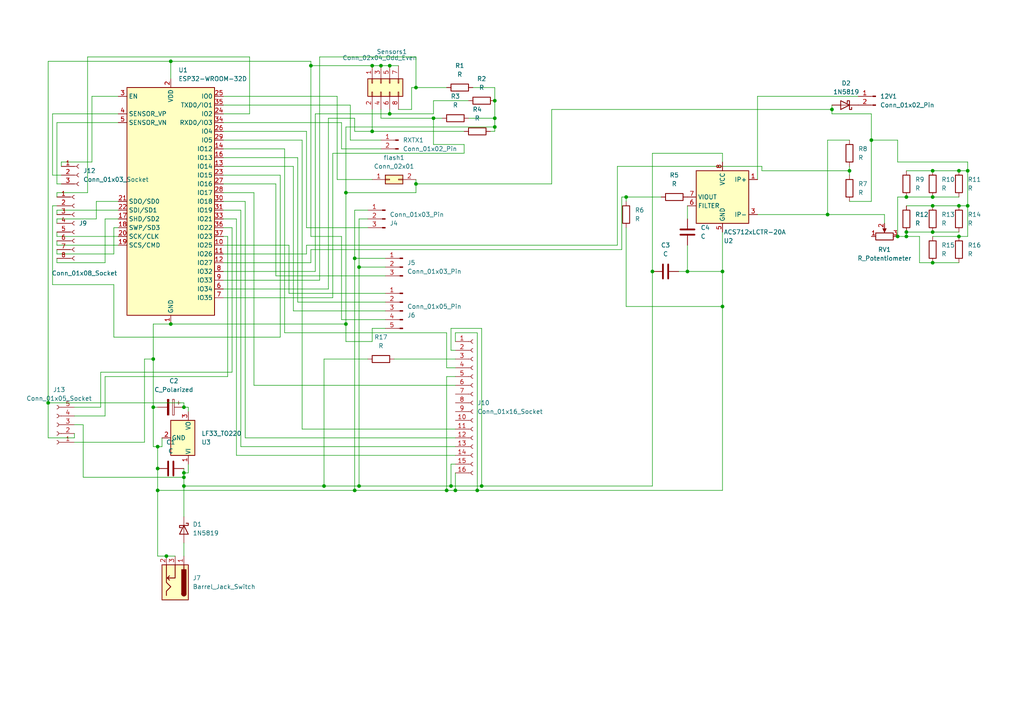
<source format=kicad_sch>
(kicad_sch (version 20231120) (generator "eeschema") (generator_version "8.0")
  (paper "A4")
  (title_block (title "Automaattiaurinkopaneeli") (date "2024-04-01") (rev "0.4") (company "OAMK"))
  (lib_symbols
    (symbol "Conn_01x08_Socket_1" (pin_names (offset 1.016) hide)
      (property "Reference" "J9" (at 1.27 0.0001 0))
      (property "Value" "Conn_01x08_Socket" (at -6.604 -14.478 0))
      (symbol "Conn_01x08_Socket_1_1_1"
        (pin passive line (at -5.08 7.62 0) (length 3.81) (name "Pin_1") (number "1"))
        (pin passive line (at -5.08 5.08 0) (length 3.81) (name "Pin_2") (number "2"))
        (pin passive line (at -5.08 2.54 0) (length 3.81) (name "Pin_3") (number "3"))
        (pin passive line (at -5.08 0 0) (length 3.81) (name "Pin_4") (number "4"))
        (pin passive line (at -5.08 -2.54 0) (length 3.81) (name "Pin_5") (number "5"))
        (pin passive line (at -5.08 -5.08 0) (length 3.81) (name "Pin_6") (number "6"))
        (pin passive line (at -5.08 -7.62 0) (length 3.81) (name "Pin_7") (number "7"))
        (pin passive line (at -5.08 -10.16 0) (length 3.81) (name "Pin_8") (number "8"))
      )
    )
    (symbol "Connector:Barrel_Jack_Switch" (pin_names hide)
      (property "Reference" "J" (at 0 5.334 0))
      (property "Value" "Barrel_Jack_Switch" (at 0 -5.08 0))
      (symbol "Barrel_Jack_Switch_1_1"
        (pin passive line (at 7.62 2.54 180) (length 2.54) (name "~") (number "1"))
        (pin passive line (at 7.62 -2.54 180) (length 2.54) (name "~") (number "2"))
        (pin passive line (at 7.62 0 180) (length 2.54) (name "~") (number "3"))
      )
    )
    (symbol "Connector:Conn_01x02_Pin" (pin_names (offset 1.016) hide)
      (property "Reference" "J" (at 0 2.54 0))
      (property "Value" "Conn_01x02_Pin" (at 0 -5.08 0))
      (symbol "Conn_01x02_Pin_1_1"
        (pin passive line (at 5.08 0 180) (length 3.81) (name "Pin_1") (number "1"))
        (pin passive line (at 5.08 -2.54 180) (length 3.81) (name "Pin_2") (number "2"))
      )
    )
    (symbol "Connector:Conn_01x03_Pin" (pin_names (offset 1.016) hide)
      (property "Reference" "J" (at 0 5.08 0))
      (property "Value" "Conn_01x03_Pin" (at 0 -5.08 0))
      (symbol "Conn_01x03_Pin_1_1"
        (pin passive line (at 5.08 2.54 180) (length 3.81) (name "Pin_1") (number "1"))
        (pin passive line (at 5.08 0 180) (length 3.81) (name "Pin_2") (number "2"))
        (pin passive line (at 5.08 -2.54 180) (length 3.81) (name "Pin_3") (number "3"))
      )
    )
    (symbol "Connector:Conn_01x03_Socket" (pin_names (offset 1.016) hide)
      (property "Reference" "J" (at 0 5.08 0))
      (property "Value" "Conn_01x03_Socket" (at 0 -5.08 0))
      (symbol "Conn_01x03_Socket_1_1"
        (pin passive line (at -5.08 2.54 0) (length 3.81) (name "Pin_1") (number "1"))
        (pin passive line (at -5.08 0 0) (length 3.81) (name "Pin_2") (number "2"))
        (pin passive line (at -5.08 -2.54 0) (length 3.81) (name "Pin_3") (number "3"))
      )
    )
    (symbol "Connector:Conn_01x05_Pin" (pin_names (offset 1.016) hide)
      (property "Reference" "J" (at 0 7.62 0))
      (property "Value" "Conn_01x05_Pin" (at 0 -7.62 0))
      (symbol "Conn_01x05_Pin_1_1"
        (pin passive line (at 5.08 5.08 180) (length 3.81) (name "Pin_1") (number "1"))
        (pin passive line (at 5.08 2.54 180) (length 3.81) (name "Pin_2") (number "2"))
        (pin passive line (at 5.08 0 180) (length 3.81) (name "Pin_3") (number "3"))
        (pin passive line (at 5.08 -2.54 180) (length 3.81) (name "Pin_4") (number "4"))
        (pin passive line (at 5.08 -5.08 180) (length 3.81) (name "Pin_5") (number "5"))
      )
    )
    (symbol "Connector:Conn_01x05_Socket" (pin_names (offset 1.016) hide)
      (property "Reference" "J" (at 0 7.62 0))
      (property "Value" "Conn_01x05_Socket" (at 0 -7.62 0))
      (symbol "Conn_01x05_Socket_1_1"
        (pin passive line (at -5.08 5.08 0) (length 3.81) (name "Pin_1") (number "1"))
        (pin passive line (at -5.08 2.54 0) (length 3.81) (name "Pin_2") (number "2"))
        (pin passive line (at -5.08 0 0) (length 3.81) (name "Pin_3") (number "3"))
        (pin passive line (at -5.08 -2.54 0) (length 3.81) (name "Pin_4") (number "4"))
        (pin passive line (at -5.08 -5.08 0) (length 3.81) (name "Pin_5") (number "5"))
      )
    )
    (symbol "Connector:Conn_01x16_Socket" (pin_names (offset 1.016) hide)
      (property "Reference" "J" (at 0 20.32 0))
      (property "Value" "Conn_01x16_Socket" (at 0 -22.86 0))
      (symbol "Conn_01x16_Socket_1_1"
        (pin passive line (at -5.08 17.78 0) (length 3.81) (name "Pin_1") (number "1"))
        (pin passive line (at -5.08 -5.08 0) (length 3.81) (name "Pin_10") (number "10"))
        (pin passive line (at -5.08 -7.62 0) (length 3.81) (name "Pin_11") (number "11"))
        (pin passive line (at -5.08 -10.16 0) (length 3.81) (name "Pin_12") (number "12"))
        (pin passive line (at -5.08 -12.7 0) (length 3.81) (name "Pin_13") (number "13"))
        (pin passive line (at -5.08 -15.24 0) (length 3.81) (name "Pin_14") (number "14"))
        (pin passive line (at -5.08 -17.78 0) (length 3.81) (name "Pin_15") (number "15"))
        (pin passive line (at -5.08 -20.32 0) (length 3.81) (name "Pin_16") (number "16"))
        (pin passive line (at -5.08 15.24 0) (length 3.81) (name "Pin_2") (number "2"))
        (pin passive line (at -5.08 12.7 0) (length 3.81) (name "Pin_3") (number "3"))
        (pin passive line (at -5.08 10.16 0) (length 3.81) (name "Pin_4") (number "4"))
        (pin passive line (at -5.08 7.62 0) (length 3.81) (name "Pin_5") (number "5"))
        (pin passive line (at -5.08 5.08 0) (length 3.81) (name "Pin_6") (number "6"))
        (pin passive line (at -5.08 2.54 0) (length 3.81) (name "Pin_7") (number "7"))
        (pin passive line (at -5.08 0 0) (length 3.81) (name "Pin_8") (number "8"))
        (pin passive line (at -5.08 -2.54 0) (length 3.81) (name "Pin_9") (number "9"))
      )
    )
    (symbol "Connector_Generic:Conn_02x01" (pin_names (offset 1.016) hide)
      (property "Reference" "J" (at 1.27 2.54 0))
      (property "Value" "Conn_02x01" (at 1.27 -2.54 0))
      (symbol "Conn_02x01_1_1"
        (pin passive line (at -5.08 0 0) (length 3.81) (name "Pin_1") (number "1"))
        (pin passive line (at 7.62 0 180) (length 3.81) (name "Pin_2") (number "2"))
      )
    )
    (symbol "Connector_Generic:Conn_02x04_Odd_Even" (pin_names (offset 1.016) hide)
      (property "Reference" "J" (at 1.27 5.08 0))
      (property "Value" "Conn_02x04_Odd_Even" (at 1.27 -7.62 0))
      (symbol "Conn_02x04_Odd_Even_1_1"
        (pin passive line (at -5.08 2.54 0) (length 3.81) (name "Pin_1") (number "1"))
        (pin passive line (at 7.62 2.54 180) (length 3.81) (name "Pin_2") (number "2"))
        (pin passive line (at -5.08 0 0) (length 3.81) (name "Pin_3") (number "3"))
        (pin passive line (at 7.62 0 180) (length 3.81) (name "Pin_4") (number "4"))
        (pin passive line (at -5.08 -2.54 0) (length 3.81) (name "Pin_5") (number "5"))
        (pin passive line (at 7.62 -2.54 180) (length 3.81) (name "Pin_6") (number "6"))
        (pin passive line (at -5.08 -5.08 0) (length 3.81) (name "Pin_7") (number "7"))
        (pin passive line (at 7.62 -5.08 180) (length 3.81) (name "Pin_8") (number "8"))
      )
    )
    (symbol "Device:C" (pin_numbers hide) (pin_names (offset 0.254))
      (property "Reference" "C" (at 0.635 2.54 0))
      (property "Value" "C" (at 0.635 -2.54 0))
      (symbol "C_1_1"
        (pin passive line (at 0 3.81 270) (length 2.794) (name "~") (number "1"))
        (pin passive line (at 0 -3.81 90) (length 2.794) (name "~") (number "2"))
      )
    )
    (symbol "Device:C_Polarized" (pin_numbers hide) (pin_names (offset 0.254))
      (property "Reference" "C" (at 0.635 2.54 0))
      (property "Value" "C_Polarized" (at 0.635 -2.54 0))
      (symbol "C_Polarized_1_1"
        (pin passive line (at 0 3.81 270) (length 2.794) (name "~") (number "1"))
        (pin passive line (at 0 -3.81 90) (length 2.794) (name "~") (number "2"))
      )
    )
    (symbol "Device:R" (pin_numbers hide) (pin_names (offset 0))
      (property "Reference" "R" (at 2.032 0 90))
      (property "Value" "R" (at 0 0 90))
      (symbol "R_1_1"
        (pin passive line (at 0 3.81 270) (length 1.27) (name "~") (number "1"))
        (pin passive line (at 0 -3.81 90) (length 1.27) (name "~") (number "2"))
      )
    )
    (symbol "Device:R_Potentiometer" (pin_names (offset 1.016) hide)
      (property "Reference" "RV" (at -4.445 0 90))
      (property "Value" "R_Potentiometer" (at -2.54 0 90))
      (symbol "R_Potentiometer_1_1"
        (pin passive line (at 0 3.81 270) (length 1.27) (name "1") (number "1"))
        (pin passive line (at 3.81 0 180) (length 1.27) (name "2") (number "2"))
        (pin passive line (at 0 -3.81 90) (length 1.27) (name "3") (number "3"))
      )
    )
    (symbol "Diode:1N5819" (pin_numbers hide) (pin_names (offset 1.016) hide)
      (property "Reference" "D" (at 0 2.54 0))
      (property "Value" "1N5819" (at 0 -2.54 0))
      (symbol "1N5819_1_1"
        (pin passive line (at -3.81 0 0) (length 2.54) (name "K") (number "1"))
        (pin passive line (at 3.81 0 180) (length 2.54) (name "A") (number "2"))
      )
    )
    (symbol "RF_Module:ESP32-WROOM-32D"
      (property "Reference" "U" (at -12.7 34.29 0))
      (property "Value" "ESP32-WROOM-32D" (at 1.27 34.29 0))
      (symbol "ESP32-WROOM-32D_1_1"
        (pin power_in line (at 0 -35.56 90) (length 2.54) (name "GND") (number "1"))
        (pin bidirectional line (at 15.24 -12.7 180) (length 2.54) (name "IO25") (number "10"))
        (pin bidirectional line (at 15.24 -15.24 180) (length 2.54) (name "IO26") (number "11"))
        (pin bidirectional line (at 15.24 -17.78 180) (length 2.54) (name "IO27") (number "12"))
        (pin bidirectional line (at 15.24 10.16 180) (length 2.54) (name "IO14") (number "13"))
        (pin bidirectional line (at 15.24 15.24 180) (length 2.54) (name "IO12") (number "14"))
        (pin passive line (at 0 -35.56 90) (length 2.54) hide (name "GND") (number "15"))
        (pin bidirectional line (at 15.24 12.7 180) (length 2.54) (name "IO13") (number "16"))
        (pin bidirectional line (at -15.24 -5.08 0) (length 2.54) (name "SHD/SD2") (number "17"))
        (pin bidirectional line (at -15.24 -7.62 0) (length 2.54) (name "SWP/SD3") (number "18"))
        (pin bidirectional line (at -15.24 -12.7 0) (length 2.54) (name "SCS/CMD") (number "19"))
        (pin power_in line (at 0 35.56 270) (length 2.54) (name "VDD") (number "2"))
        (pin bidirectional line (at -15.24 -10.16 0) (length 2.54) (name "SCK/CLK") (number "20"))
        (pin bidirectional line (at -15.24 0 0) (length 2.54) (name "SDO/SD0") (number "21"))
        (pin bidirectional line (at -15.24 -2.54 0) (length 2.54) (name "SDI/SD1") (number "22"))
        (pin bidirectional line (at 15.24 7.62 180) (length 2.54) (name "IO15") (number "23"))
        (pin bidirectional line (at 15.24 25.4 180) (length 2.54) (name "IO2") (number "24"))
        (pin bidirectional line (at 15.24 30.48 180) (length 2.54) (name "IO0") (number "25"))
        (pin bidirectional line (at 15.24 20.32 180) (length 2.54) (name "IO4") (number "26"))
        (pin bidirectional line (at 15.24 5.08 180) (length 2.54) (name "IO16") (number "27"))
        (pin bidirectional line (at 15.24 2.54 180) (length 2.54) (name "IO17") (number "28"))
        (pin bidirectional line (at 15.24 17.78 180) (length 2.54) (name "IO5") (number "29"))
        (pin input line (at -15.24 30.48 0) (length 2.54) (name "EN") (number "3"))
        (pin bidirectional line (at 15.24 0 180) (length 2.54) (name "IO18") (number "30"))
        (pin bidirectional line (at 15.24 -2.54 180) (length 2.54) (name "IO19") (number "31"))
        (pin no_connect line (at -12.7 -27.94 0) (length 2.54) hide (name "NC") (number "32"))
        (pin bidirectional line (at 15.24 -5.08 180) (length 2.54) (name "IO21") (number "33"))
        (pin bidirectional line (at 15.24 22.86 180) (length 2.54) (name "RXD0/IO3") (number "34"))
        (pin bidirectional line (at 15.24 27.94 180) (length 2.54) (name "TXD0/IO1") (number "35"))
        (pin bidirectional line (at 15.24 -7.62 180) (length 2.54) (name "IO22") (number "36"))
        (pin bidirectional line (at 15.24 -10.16 180) (length 2.54) (name "IO23") (number "37"))
        (pin passive line (at 0 -35.56 90) (length 2.54) hide (name "GND") (number "38"))
        (pin passive line (at 0 -35.56 90) (length 2.54) hide (name "GND") (number "39"))
        (pin input line (at -15.24 25.4 0) (length 2.54) (name "SENSOR_VP") (number "4"))
        (pin input line (at -15.24 22.86 0) (length 2.54) (name "SENSOR_VN") (number "5"))
        (pin input line (at 15.24 -25.4 180) (length 2.54) (name "IO34") (number "6"))
        (pin input line (at 15.24 -27.94 180) (length 2.54) (name "IO35") (number "7"))
        (pin bidirectional line (at 15.24 -20.32 180) (length 2.54) (name "IO32") (number "8"))
        (pin bidirectional line (at 15.24 -22.86 180) (length 2.54) (name "IO33") (number "9"))
      )
    )
    (symbol "Regulator_Linear:LF33_TO220" (pin_names (offset 0.254))
      (property "Reference" "U" (at -3.81 3.175 0))
      (property "Value" "LF33_TO220" (at 0 3.175 0))
      (symbol "LF33_TO220_1_1"
        (pin power_in line (at -7.62 0 0) (length 2.54) (name "VI") (number "1"))
        (pin power_in line (at 0 -7.62 90) (length 2.54) (name "GND") (number "2"))
        (pin power_out line (at 7.62 0 180) (length 2.54) (name "VO") (number "3"))
      )
    )
    (symbol "Sensor_Current:ACS712xLCTR-20A"
      (property "Reference" "U" (at 2.54 11.43 0))
      (property "Value" "ACS712xLCTR-20A" (at 2.54 8.89 0))
      (symbol "ACS712xLCTR-20A_1_1"
        (pin passive line (at -10.16 5.08 0) (length 2.54) (name "IP+") (number "1"))
        (pin passive line (at -10.16 5.08 0) (length 2.54) hide (name "IP+") (number "2"))
        (pin passive line (at -10.16 -5.08 0) (length 2.54) (name "IP-") (number "3"))
        (pin passive line (at -10.16 -5.08 0) (length 2.54) hide (name "IP-") (number "4"))
        (pin power_in line (at 0 -10.16 90) (length 2.54) (name "GND") (number "5"))
        (pin passive line (at 10.16 -2.54 180) (length 2.54) (name "FILTER") (number "6"))
        (pin output line (at 10.16 0 180) (length 2.54) (name "VIOUT") (number "7"))
        (pin power_in line (at 0 10.16 270) (length 2.54) (name "VCC") (number "8"))
      )
    )
  )
  (junction (at 53.34 140.97))
  (junction (at 45.72 129.54))
  (junction (at 241.3 31.75))
  (junction (at 270.51 76.2))
  (junction (at 260.35 68.58))
  (junction (at 45.72 142.24))
  (junction (at 49.53 17.78))
  (junction (at 45.72 135.89))
  (junction (at 102.87 142.24))
  (junction (at 139.7 140.97))
  (junction (at 209.55 78.74))
  (junction (at 262.89 67.31))
  (junction (at 93.98 140.97))
  (junction (at 246.38 49.53))
  (junction (at 209.55 88.9))
  (junction (at 44.45 104.14))
  (junction (at 280.67 59.69))
  (junction (at 90.17 19.05))
  (junction (at 262.89 57.15))
  (junction (at 138.43 142.24))
  (junction (at 120.65 53.34))
  (junction (at 270.51 49.53))
  (junction (at 270.51 59.69))
  (junction (at 189.23 78.74))
  (junction (at 104.14 140.97))
  (junction (at 13.97 116.84))
  (junction (at 113.03 33.02))
  (junction (at 270.51 57.15))
  (junction (at 113.03 19.05))
  (junction (at 48.26 161.29))
  (junction (at 240.03 62.23))
  (junction (at 125.73 34.29))
  (junction (at 107.95 38.1))
  (junction (at 143.51 29.21))
  (junction (at 143.51 34.29))
  (junction (at 278.13 68.58))
  (junction (at 49.53 93.98))
  (junction (at 278.13 59.69))
  (junction (at 143.51 36.83))
  (junction (at 278.13 49.53))
  (junction (at 270.51 67.31))
  (junction (at 130.81 140.97))
  (junction (at 44.45 118.11))
  (junction (at 132.08 142.24))
  (junction (at 107.95 19.05))
  (junction (at 102.87 74.93))
  (junction (at 104.14 77.47))
  (junction (at 100.33 93.98))
  (junction (at 110.49 19.05))
  (junction (at 252.73 40.64))
  (junction (at 181.61 57.15))
  (junction (at 120.65 25.4))
  (junction (at 199.39 78.74))
  (junction (at 280.67 49.53))
  (junction (at 53.34 137.16))
  (junction (at 262.89 68.58))
  (junction (at 129.54 142.24))
  (junction (at 100.33 55.88))
  (junction (at 53.34 118.11))
  (junction (at 53.34 138.43))
  (wire (pts (xy 102.87 34.29) (xy 102.87 38.1)))
  (wire (pts (xy 100.33 55.88) (xy 100.33 93.98)))
  (wire (pts (xy 139.7 95.25) (xy 139.7 140.97)))
  (wire (pts (xy 30.48 63.5) (xy 30.48 76.2)))
  (wire (pts (xy 44.45 104.14) (xy 44.45 118.11)))
  (wire (pts (xy 54.61 137.16) (xy 53.34 137.16)))
  (wire (pts (xy 120.65 16.51) (xy 92.71 16.51)))
  (wire (pts (xy 142.24 38.1) (xy 143.51 38.1)))
  (wire (pts (xy 129.54 96.52) (xy 129.54 106.68)))
  (wire (pts (xy 64.77 43.18) (xy 82.55 43.18)))
  (wire (pts (xy 132.08 109.22) (xy 129.54 109.22)))
  (wire (pts (xy 83.82 71.12) (xy 83.82 85.09)))
  (wire (pts (xy 16.51 73.66) (xy 16.51 72.39)))
  (wire (pts (xy 34.29 63.5) (xy 30.48 63.5)))
  (wire (pts (xy 130.81 101.6) (xy 130.81 95.25)))
  (wire (pts (xy 107.95 38.1) (xy 134.62 38.1)))
  (wire (pts (xy 34.29 66.04) (xy 33.02 66.04)))
  (wire (pts (xy 21.59 127) (xy 21.59 125.73)))
  (wire (pts (xy 64.77 53.34) (xy 80.01 53.34)))
  (wire (pts (xy 181.61 88.9) (xy 209.55 88.9)))
  (wire (pts (xy 134.62 41.91) (xy 125.73 41.91)))
  (wire (pts (xy 53.34 116.84) (xy 53.34 118.11)))
  (wire (pts (xy 252.73 40.64) (xy 252.73 33.02)))
  (wire (pts (xy 54.61 118.11) (xy 54.61 119.38)))
  (wire (pts (xy 111.76 87.63) (xy 86.36 87.63)))
  (wire (pts (xy 80.01 80.01) (xy 111.76 80.01)))
  (wire (pts (xy 270.51 67.31) (xy 278.13 67.31)))
  (wire (pts (xy 189.23 140.97) (xy 189.23 78.74)))
  (wire (pts (xy 241.3 30.48) (xy 241.3 31.75)))
  (wire (pts (xy 64.77 73.66) (xy 88.9 73.66)))
  (wire (pts (xy 16.51 35.56) (xy 16.51 53.34)))
  (wire (pts (xy 21.59 128.27) (xy 41.91 128.27)))
  (wire (pts (xy 120.65 53.34) (xy 120.65 55.88)))
  (wire (pts (xy 102.87 38.1) (xy 107.95 38.1)))
  (wire (pts (xy 13.97 116.84) (xy 13.97 127)))
  (wire (pts (xy 15.24 33.02) (xy 15.24 50.8)))
  (wire (pts (xy 16.51 71.12) (xy 16.51 69.85)))
  (wire (pts (xy 13.97 17.78) (xy 13.97 116.84)))
  (wire (pts (xy 67.31 107.95) (xy 67.31 66.04)))
  (wire (pts (xy 71.12 58.42) (xy 64.77 58.42)))
  (wire (pts (xy 68.58 63.5) (xy 68.58 132.08)))
  (wire (pts (xy 106.68 66.04) (xy 88.9 66.04)))
  (wire (pts (xy 49.53 17.78) (xy 49.53 22.86)))
  (wire (pts (xy 64.77 33.02) (xy 72.39 33.02)))
  (wire (pts (xy 44.45 93.98) (xy 44.45 104.14)))
  (wire (pts (xy 104.14 140.97) (xy 130.81 140.97)))
  (wire (pts (xy 260.35 68.58) (xy 260.35 57.15)))
  (wire (pts (xy 262.89 68.58) (xy 266.7 68.58)))
  (wire (pts (xy 92.71 16.51) (xy 92.71 81.28)))
  (wire (pts (xy 15.24 50.8) (xy 17.78 50.8)))
  (wire (pts (xy 260.35 40.64) (xy 252.73 40.64)))
  (wire (pts (xy 90.17 72.39) (xy 180.34 72.39)))
  (wire (pts (xy 111.76 95.25) (xy 107.95 95.25)))
  (wire (pts (xy 209.55 88.9) (xy 209.55 78.74)))
  (wire (pts (xy 44.45 118.11) (xy 44.45 129.54)))
  (wire (pts (xy 110.49 34.29) (xy 110.49 31.75)))
  (wire (pts (xy 107.95 99.06) (xy 100.33 99.06)))
  (wire (pts (xy 30.48 120.65) (xy 30.48 109.22)))
  (wire (pts (xy 16.51 53.34) (xy 17.78 53.34)))
  (wire (pts (xy 41.91 128.27) (xy 41.91 104.14)))
  (wire (pts (xy 15.24 33.02) (xy 34.29 33.02)))
  (wire (pts (xy 120.65 53.34) (xy 160.02 53.34)))
  (wire (pts (xy 100.33 55.88) (xy 120.65 55.88)))
  (wire (pts (xy 132.08 101.6) (xy 130.81 101.6)))
  (wire (pts (xy 278.13 68.58) (xy 280.67 68.58)))
  (wire (pts (xy 73.66 111.76) (xy 132.08 111.76)))
  (wire (pts (xy 64.77 30.48) (xy 101.6 30.48)))
  (wire (pts (xy 66.04 109.22) (xy 66.04 68.58)))
  (wire (pts (xy 82.55 96.52) (xy 129.54 96.52)))
  (wire (pts (xy 101.6 30.48) (xy 101.6 40.64)))
  (wire (pts (xy 69.85 60.96) (xy 69.85 129.54)))
  (wire (pts (xy 21.59 118.11) (xy 29.21 118.11)))
  (wire (pts (xy 45.72 129.54) (xy 45.72 135.89)))
  (wire (pts (xy 45.72 135.89) (xy 45.72 142.24)))
  (wire (pts (xy 97.79 27.94) (xy 97.79 52.07)))
  (wire (pts (xy 270.51 49.53) (xy 278.13 49.53)))
  (wire (pts (xy 88.9 73.66) (xy 88.9 71.12)))
  (wire (pts (xy 44.45 129.54) (xy 45.72 129.54)))
  (wire (pts (xy 90.17 19.05) (xy 107.95 19.05)))
  (wire (pts (xy 86.36 45.72) (xy 64.77 45.72)))
  (wire (pts (xy 100.33 36.83) (xy 100.33 55.88)))
  (wire (pts (xy 29.21 118.11) (xy 29.21 107.95)))
  (wire (pts (xy 107.95 19.05) (xy 110.49 19.05)))
  (wire (pts (xy 110.49 19.05) (xy 113.03 19.05)))
  (wire (pts (xy 97.79 52.07) (xy 107.95 52.07)))
  (wire (pts (xy 130.81 134.62) (xy 130.81 140.97)))
  (wire (pts (xy 73.66 55.88) (xy 73.66 111.76)))
  (wire (pts (xy 16.51 35.56) (xy 34.29 35.56)))
  (wire (pts (xy 209.55 142.24) (xy 209.55 88.9)))
  (wire (pts (xy 90.17 76.2) (xy 90.17 72.39)))
  (wire (pts (xy 219.71 27.94) (xy 248.92 27.94)))
  (wire (pts (xy 220.98 48.26) (xy 220.98 49.53)))
  (wire (pts (xy 41.91 104.14) (xy 44.45 104.14)))
  (wire (pts (xy 64.77 76.2) (xy 90.17 76.2)))
  (wire (pts (xy 93.98 140.97) (xy 93.98 104.14)))
  (wire (pts (xy 88.9 66.04) (xy 88.9 38.1)))
  (wire (pts (xy 135.89 34.29) (xy 143.51 34.29)))
  (wire (pts (xy 104.14 77.47) (xy 104.14 140.97)))
  (wire (pts (xy 110.49 34.29) (xy 125.73 34.29)))
  (wire (pts (xy 246.38 48.26) (xy 246.38 49.53)))
  (wire (pts (xy 113.03 31.75) (xy 113.03 33.02)))
  (wire (pts (xy 137.16 25.4) (xy 143.51 25.4)))
  (wire (pts (xy 83.82 85.09) (xy 111.76 85.09)))
  (wire (pts (xy 25.4 55.88) (xy 16.51 55.88)))
  (wire (pts (xy 132.08 129.54) (xy 69.85 129.54)))
  (wire (pts (xy 280.67 46.99) (xy 280.67 49.53)))
  (wire (pts (xy 209.55 78.74) (xy 209.55 67.31)))
  (wire (pts (xy 262.89 49.53) (xy 270.51 49.53)))
  (wire (pts (xy 181.61 57.15) (xy 181.61 58.42)))
  (wire (pts (xy 13.97 127) (xy 21.59 127)))
  (wire (pts (xy 13.97 116.84) (xy 53.34 116.84)))
  (wire (pts (xy 54.61 118.11) (xy 53.34 118.11)))
  (wire (pts (xy 180.34 57.15) (xy 181.61 57.15)))
  (wire (pts (xy 46.99 127) (xy 46.99 129.54)))
  (wire (pts (xy 53.34 140.97) (xy 93.98 140.97)))
  (wire (pts (xy 33.02 82.55) (xy 33.02 97.79)))
  (wire (pts (xy 45.72 142.24) (xy 102.87 142.24)))
  (wire (pts (xy 270.51 76.2) (xy 278.13 76.2)))
  (wire (pts (xy 132.08 137.16) (xy 132.08 142.24)))
  (wire (pts (xy 27.94 63.5) (xy 16.51 63.5)))
  (wire (pts (xy 189.23 44.45) (xy 209.55 44.45)))
  (wire (pts (xy 278.13 59.69) (xy 280.67 59.69)))
  (wire (pts (xy 66.04 68.58) (xy 64.77 68.58)))
  (wire (pts (xy 130.81 95.25) (xy 139.7 95.25)))
  (wire (pts (xy 125.73 29.21) (xy 125.73 33.02)))
  (wire (pts (xy 91.44 33.02) (xy 91.44 78.74)))
  (wire (pts (xy 143.51 36.83) (xy 100.33 36.83)))
  (wire (pts (xy 73.66 55.88) (xy 64.77 55.88)))
  (wire (pts (xy 13.97 17.78) (xy 49.53 17.78)))
  (wire (pts (xy 53.34 138.43) (xy 53.34 140.97)))
  (wire (pts (xy 143.51 38.1) (xy 143.51 36.83)))
  (wire (pts (xy 132.08 127) (xy 71.12 127)))
  (wire (pts (xy 34.29 27.94) (xy 26.67 27.94)))
  (wire (pts (xy 181.61 66.04) (xy 181.61 88.9)))
  (wire (pts (xy 132.08 132.08) (xy 68.58 132.08)))
  (wire (pts (xy 219.71 62.23) (xy 240.03 62.23)))
  (wire (pts (xy 191.77 57.15) (xy 181.61 57.15)))
  (wire (pts (xy 119.38 25.4) (xy 119.38 31.75)))
  (wire (pts (xy 81.28 50.8) (xy 81.28 97.79)))
  (wire (pts (xy 132.08 124.46) (xy 87.63 124.46)))
  (wire (pts (xy 90.17 68.58) (xy 99.06 68.58)))
  (wire (pts (xy 15.24 59.69) (xy 16.51 59.69)))
  (wire (pts (xy 132.08 106.68) (xy 129.54 106.68)))
  (wire (pts (xy 270.51 57.15) (xy 278.13 57.15)))
  (wire (pts (xy 16.51 60.96) (xy 34.29 60.96)))
  (wire (pts (xy 160.02 31.75) (xy 241.3 31.75)))
  (wire (pts (xy 262.89 57.15) (xy 270.51 57.15)))
  (wire (pts (xy 99.06 92.71) (xy 111.76 92.71)))
  (wire (pts (xy 16.51 68.58) (xy 34.29 68.58)))
  (wire (pts (xy 91.44 33.02) (xy 113.03 33.02)))
  (wire (pts (xy 92.71 81.28) (xy 64.77 81.28)))
  (wire (pts (xy 270.51 68.58) (xy 278.13 68.58)))
  (wire (pts (xy 262.89 67.31) (xy 270.51 67.31)))
  (wire (pts (xy 81.28 97.79) (xy 33.02 97.79)))
  (wire (pts (xy 256.54 62.23) (xy 256.54 64.77)))
  (wire (pts (xy 120.65 25.4) (xy 129.54 25.4)))
  (wire (pts (xy 143.51 36.83) (xy 143.51 34.29)))
  (wire (pts (xy 100.33 93.98) (xy 100.33 99.06)))
  (wire (pts (xy 64.77 35.56) (xy 99.06 35.56)))
  (wire (pts (xy 199.39 59.69) (xy 199.39 63.5)))
  (wire (pts (xy 120.65 52.07) (xy 120.65 53.34)))
  (wire (pts (xy 129.54 142.24) (xy 132.08 142.24)))
  (wire (pts (xy 240.03 62.23) (xy 240.03 40.64)))
  (wire (pts (xy 99.06 43.18) (xy 110.49 43.18)))
  (wire (pts (xy 64.77 27.94) (xy 97.79 27.94)))
  (wire (pts (xy 90.17 19.05) (xy 90.17 17.78)))
  (wire (pts (xy 30.48 76.2) (xy 16.51 76.2)))
  (wire (pts (xy 270.51 59.69) (xy 278.13 59.69)))
  (wire (pts (xy 138.43 96.52) (xy 138.43 142.24)))
  (wire (pts (xy 80.01 53.34) (xy 80.01 80.01)))
  (wire (pts (xy 266.7 76.2) (xy 270.51 76.2)))
  (wire (pts (xy 102.87 34.29) (xy 95.25 34.29)))
  (wire (pts (xy 45.72 142.24) (xy 45.72 161.29)))
  (wire (pts (xy 53.34 137.16) (xy 53.34 138.43)))
  (wire (pts (xy 90.17 19.05) (xy 90.17 68.58)))
  (wire (pts (xy 240.03 40.64) (xy 246.38 40.64)))
  (wire (pts (xy 107.95 38.1) (xy 107.95 31.75)))
  (wire (pts (xy 134.62 44.45) (xy 134.62 41.91)))
  (wire (pts (xy 33.02 73.66) (xy 16.51 73.66)))
  (wire (pts (xy 99.06 68.58) (xy 99.06 92.71)))
  (wire (pts (xy 16.51 60.96) (xy 16.51 62.23)))
  (wire (pts (xy 64.77 71.12) (xy 83.82 71.12)))
  (wire (pts (xy 199.39 71.12) (xy 199.39 78.74)))
  (wire (pts (xy 125.73 33.02) (xy 113.03 33.02)))
  (wire (pts (xy 130.81 140.97) (xy 139.7 140.97)))
  (wire (pts (xy 44.45 93.98) (xy 49.53 93.98)))
  (wire (pts (xy 86.36 87.63) (xy 86.36 45.72)))
  (wire (pts (xy 125.73 29.21) (xy 135.89 29.21)))
  (wire (pts (xy 143.51 34.29) (xy 143.51 29.21)))
  (wire (pts (xy 132.08 134.62) (xy 130.81 134.62)))
  (wire (pts (xy 219.71 27.94) (xy 219.71 52.07)))
  (wire (pts (xy 101.6 40.64) (xy 110.49 40.64)))
  (wire (pts (xy 132.08 96.52) (xy 138.43 96.52)))
  (wire (pts (xy 199.39 78.74) (xy 196.85 78.74)))
  (wire (pts (xy 220.98 49.53) (xy 246.38 49.53)))
  (wire (pts (xy 33.02 82.55) (xy 15.24 82.55)))
  (wire (pts (xy 82.55 43.18) (xy 82.55 96.52)))
  (wire (pts (xy 64.77 63.5) (xy 68.58 63.5)))
  (wire (pts (xy 115.57 31.75) (xy 119.38 31.75)))
  (wire (pts (xy 240.03 62.23) (xy 256.54 62.23)))
  (wire (pts (xy 27.94 58.42) (xy 27.94 63.5)))
  (wire (pts (xy 260.35 46.99) (xy 260.35 40.64)))
  (wire (pts (xy 104.14 77.47) (xy 111.76 77.47)))
  (wire (pts (xy 91.44 78.74) (xy 64.77 78.74)))
  (wire (pts (xy 160.02 53.34) (xy 160.02 31.75)))
  (wire (pts (xy 96.52 86.36) (xy 64.77 86.36)))
  (wire (pts (xy 280.67 49.53) (xy 280.67 59.69)))
  (wire (pts (xy 93.98 104.14) (xy 106.68 104.14)))
  (wire (pts (xy 88.9 38.1) (xy 64.77 38.1)))
  (wire (pts (xy 44.45 118.11) (xy 45.72 118.11)))
  (wire (pts (xy 46.99 129.54) (xy 45.72 129.54)))
  (wire (pts (xy 88.9 71.12) (xy 179.07 71.12)))
  (wire (pts (xy 100.33 93.98) (xy 49.53 93.98)))
  (wire (pts (xy 119.38 25.4) (xy 120.65 25.4)))
  (wire (pts (xy 54.61 134.62) (xy 54.61 137.16)))
  (wire (pts (xy 102.87 74.93) (xy 102.87 142.24)))
  (wire (pts (xy 87.63 40.64) (xy 64.77 40.64)))
  (wire (pts (xy 125.73 34.29) (xy 125.73 41.91)))
  (wire (pts (xy 132.08 99.06) (xy 132.08 96.52)))
  (wire (pts (xy 111.76 74.93) (xy 102.87 74.93)))
  (wire (pts (xy 85.09 48.26) (xy 64.77 48.26)))
  (wire (pts (xy 241.3 33.02) (xy 252.73 33.02)))
  (wire (pts (xy 49.53 17.78) (xy 90.17 17.78)))
  (wire (pts (xy 143.51 25.4) (xy 143.51 29.21)))
  (wire (pts (xy 104.14 63.5) (xy 104.14 77.47)))
  (wire (pts (xy 129.54 109.22) (xy 129.54 142.24)))
  (wire (pts (xy 278.13 49.53) (xy 280.67 49.53)))
  (wire (pts (xy 16.51 55.88) (xy 16.51 57.15)))
  (wire (pts (xy 260.35 68.58) (xy 262.89 68.58)))
  (wire (pts (xy 16.51 68.58) (xy 16.51 67.31)))
  (wire (pts (xy 266.7 68.58) (xy 266.7 76.2)))
  (wire (pts (xy 53.34 138.43) (xy 24.13 138.43)))
  (wire (pts (xy 113.03 19.05) (xy 115.57 19.05)))
  (wire (pts (xy 106.68 63.5) (xy 104.14 63.5)))
  (wire (pts (xy 199.39 78.74) (xy 209.55 78.74)))
  (wire (pts (xy 72.39 33.02) (xy 72.39 16.51)))
  (wire (pts (xy 241.3 31.75) (xy 241.3 33.02)))
  (wire (pts (xy 138.43 142.24) (xy 209.55 142.24)))
  (wire (pts (xy 134.62 44.45) (xy 96.52 44.45)))
  (wire (pts (xy 179.07 48.26) (xy 220.98 48.26)))
  (wire (pts (xy 33.02 66.04) (xy 33.02 73.66)))
  (wire (pts (xy 87.63 40.64) (xy 87.63 124.46)))
  (wire (pts (xy 53.34 140.97) (xy 53.34 149.86)))
  (wire (pts (xy 34.29 58.42) (xy 27.94 58.42)))
  (wire (pts (xy 120.65 16.51) (xy 120.65 25.4)))
  (wire (pts (xy 107.95 95.25) (xy 107.95 99.06)))
  (wire (pts (xy 246.38 49.53) (xy 246.38 50.8)))
  (wire (pts (xy 71.12 58.42) (xy 71.12 127)))
  (wire (pts (xy 260.35 57.15) (xy 262.89 57.15)))
  (wire (pts (xy 209.55 44.45) (xy 209.55 46.99)))
  (wire (pts (xy 102.87 60.96) (xy 106.68 60.96)))
  (wire (pts (xy 16.51 63.5) (xy 16.51 64.77)))
  (wire (pts (xy 15.24 82.55) (xy 15.24 59.69)))
  (wire (pts (xy 72.39 16.51) (xy 25.4 16.51)))
  (wire (pts (xy 139.7 140.97) (xy 189.23 140.97)))
  (wire (pts (xy 21.59 123.19) (xy 24.13 123.19)))
  (wire (pts (xy 96.52 44.45) (xy 96.52 86.36)))
  (wire (pts (xy 189.23 78.74) (xy 189.23 44.45)))
  (wire (pts (xy 180.34 72.39) (xy 180.34 57.15)))
  (wire (pts (xy 25.4 16.51) (xy 25.4 55.88)))
  (wire (pts (xy 67.31 66.04) (xy 64.77 66.04)))
  (wire (pts (xy 179.07 71.12) (xy 179.07 48.26)))
  (wire (pts (xy 125.73 34.29) (xy 128.27 34.29)))
  (wire (pts (xy 111.76 90.17) (xy 85.09 90.17)))
  (wire (pts (xy 262.89 59.69) (xy 270.51 59.69)))
  (wire (pts (xy 24.13 138.43) (xy 24.13 123.19)))
  (wire (pts (xy 93.98 140.97) (xy 104.14 140.97)))
  (wire (pts (xy 34.29 71.12) (xy 16.51 71.12)))
  (wire (pts (xy 29.21 107.95) (xy 67.31 107.95)))
  (wire (pts (xy 45.72 161.29) (xy 48.26 161.29)))
  (wire (pts (xy 69.85 60.96) (xy 64.77 60.96)))
  (wire (pts (xy 280.67 68.58) (xy 280.67 59.69)))
  (wire (pts (xy 16.51 76.2) (xy 16.51 74.93)))
  (wire (pts (xy 262.89 67.31) (xy 262.89 68.58)))
  (wire (pts (xy 53.34 135.89) (xy 53.34 137.16)))
  (wire (pts (xy 95.25 83.82) (xy 64.77 83.82)))
  (wire (pts (xy 95.25 34.29) (xy 95.25 83.82)))
  (wire (pts (xy 21.59 120.65) (xy 30.48 120.65)))
  (wire (pts (xy 132.08 142.24) (xy 138.43 142.24)))
  (wire (pts (xy 99.06 35.56) (xy 99.06 43.18)))
  (wire (pts (xy 246.38 58.42) (xy 252.73 58.42)))
  (wire (pts (xy 48.26 161.29) (xy 50.8 161.29)))
  (wire (pts (xy 85.09 90.17) (xy 85.09 48.26)))
  (wire (pts (xy 26.67 27.94) (xy 26.67 46.99)))
  (wire (pts (xy 114.3 104.14) (xy 132.08 104.14)))
  (wire (pts (xy 252.73 58.42) (xy 252.73 40.64)))
  (wire (pts (xy 17.78 46.99) (xy 17.78 48.26)))
  (wire (pts (xy 26.67 46.99) (xy 17.78 46.99)))
  (wire (pts (xy 260.35 46.99) (xy 280.67 46.99)))
  (wire (pts (xy 102.87 142.24) (xy 129.54 142.24)))
  (wire (pts (xy 30.48 109.22) (xy 66.04 109.22)))
  (wire (pts (xy 102.87 74.93) (xy 102.87 60.96)))
  (wire (pts (xy 53.34 157.48) (xy 53.34 161.29)))
  (wire (pts (xy 64.77 50.8) (xy 81.28 50.8)))
  (symbol (lib_id "Connector:Conn_01x05_Pin") (at 116.84 90.17 0) (mirror y) (unit 1)
    (property "Reference" "J6" (at 118.11 91.4401 0) (effects (justify right)))
    (property "Value" "Conn_01x05_Pin" (at 118.11 88.9001 0) (effects (justify right)))
    (property "Footprint" "Connector_PinHeader_2.54mm:PinHeader_1x05_P2.54mm_Vertical" (effects (hide yes)))
    (property "Description" "Generic connector, single row, 01x05, script generated" (effects (hide yes)))
  )
  (symbol (lib_id "Connector:Conn_01x05_Socket") (at 16.51 123.19 180) (unit 1)
    (property "Reference" "J13" (at 17.145 113.03 0))
    (property "Value" "Conn_01x05_Socket" (at 17.145 115.57 0))
    (property "Footprint" "Connector_PinHeader_2.54mm:PinHeader_1x05_P2.54mm_Vertical" (effects (hide yes)))
    (property "Description" "Generic connector, single row, 01x05, script generated" (effects (hide yes)))
  )
  (symbol (lib_id "Connector:Conn_01x16_Socket") (at 137.16 116.84 0) (unit 1)
    (property "Reference" "J10" (at 138.43 116.8399 0) (effects (justify left)))
    (property "Value" "Conn_01x16_Socket" (at 138.43 119.3799 0) (effects (justify left)))
    (property "Footprint" "Connector_PinSocket_2.54mm:PinSocket_1x16_P2.54mm_Vertical" (effects (hide yes)))
    (property "Description" "Generic connector, single row, 01x16, script generated" (effects (hide yes)))
  )
  (symbol (lib_id "Connector_Generic:Conn_02x01") (at 113.03 52.07 0) (unit 1)
    (property "Reference" "flash1" (at 114.3 45.72 0))
    (property "Value" "Conn_02x01" (at 114.3 48.26 0))
    (property "Footprint" "Connector_PinHeader_2.54mm:PinHeader_2x01_P2.54mm_Vertical" (effects (hide yes)))
    (property "Description" "Generic connector, double row, 02x01, this symbol is compatible with counter-clockwise, top-bottom and odd-even numbering schemes., script generated (kicad-library-utils/schlib/autogen/connector/)" (effects (hide yes)))
  )
  (symbol (lib_id "Device:R") (at 246.38 54.61 0) (unit 1)
    (property "Reference" "R7" (at 248.92 53.3399 0) (effects (justify left)))
    (property "Value" "R" (at 248.92 55.8799 0) (effects (justify left)))
    (property "Footprint" "Resistor_THT:R_Axial_DIN0207_L6.3mm_D2.5mm_P10.16mm_Horizontal" (effects (hide yes)))
    (property "Description" "Resistor" (effects (hide yes)))
  )
  (symbol (lib_id "Device:R_Potentiometer") (at 256.54 68.58 90) (unit 1)
    (property "Reference" "RV1" (at 256.54 72.39 90))
    (property "Value" "R_Potentiometer" (at 256.54 74.93 90))
    (property "Footprint" "generic:Potentiometer_Generic_148-149_Single_Horizontal" (effects (hide yes)))
    (property "Description" "Potentiometer" (effects (hide yes)))
  )
  (symbol (lib_id "Connector:Conn_01x03_Pin") (at 116.84 77.47 0) (mirror y) (unit 1)
    (property "Reference" "J5" (at 118.11 76.1999 0) (effects (justify right)))
    (property "Value" "Conn_01x03_Pin" (at 118.11 78.7399 0) (effects (justify right)))
    (property "Footprint" "Connector_PinHeader_2.54mm:PinHeader_1x03_P2.54mm_Vertical" (effects (hide yes)))
    (property "Description" "Generic connector, single row, 01x03, script generated" (effects (hide yes)))
  )
  (symbol (lib_id "Diode:1N5819") (at 245.11 30.48 180) (unit 1)
    (property "Reference" "D2" (at 245.4275 24.13 0))
    (property "Value" "1N5819" (at 245.4275 26.67 0))
    (property "Footprint" "Diode_THT:D_DO-41_SOD81_P10.16mm_Horizontal" (effects (hide yes)))
    (property "Datasheet" "http://www.vishay.com/docs/88525/1n5817.pdf" (effects (hide yes)))
    (property "Description" "40V 1A Schottky Barrier Rectifier Diode, DO-41" (effects (hide yes)))
  )
  (symbol (lib_id "Device:R") (at 270.51 72.39 0) (unit 1)
    (property "Reference" "R15" (at 273.05 71.1199 0) (effects (justify left)))
    (property "Value" "R" (at 273.05 73.6599 0) (effects (justify left)))
    (property "Footprint" "Resistor_THT:R_Axial_DIN0207_L6.3mm_D2.5mm_P10.16mm_Horizontal" (effects (hide yes)))
    (property "Description" "Resistor" (effects (hide yes)))
  )
  (symbol (lib_id "Device:R") (at 181.61 62.23 0) (unit 1)
    (property "Reference" "R6" (at 184.15 60.9599 0) (effects (justify left)))
    (property "Value" "R" (at 184.15 63.4999 0) (effects (justify left)))
    (property "Footprint" "Resistor_THT:R_Axial_DIN0207_L6.3mm_D2.5mm_P10.16mm_Horizontal" (effects (hide yes)))
    (property "Description" "Resistor" (effects (hide yes)))
  )
  (symbol (lib_id "Connector:Conn_01x02_Pin") (at 254 27.94 0) (mirror y) (unit 1)
    (property "Reference" "12V1" (at 255.27 27.9399 0) (effects (justify right)))
    (property "Value" "Conn_01x02_Pin" (at 255.27 30.4799 0) (effects (justify right)))
    (property "Footprint" "Connector_PinHeader_2.54mm:PinHeader_1x02_P2.54mm_Vertical" (effects (hide yes)))
    (property "Description" "Generic connector, single row, 01x02, script generated" (effects (hide yes)))
  )
  (symbol (lib_id "Device:R") (at 270.51 63.5 0) (unit 1)
    (property "Reference" "R13" (at 273.05 62.2299 0) (effects (justify left)))
    (property "Value" "R" (at 273.05 64.7699 0) (effects (justify left)))
    (property "Footprint" "Resistor_THT:R_Axial_DIN0207_L6.3mm_D2.5mm_P10.16mm_Horizontal" (effects (hide yes)))
    (property "Description" "Resistor" (effects (hide yes)))
  )
  (symbol (lib_id "Device:R") (at 278.13 53.34 0) (unit 1)
    (property "Reference" "R11" (at 280.67 52.0699 0) (effects (justify left)))
    (property "Value" "R" (at 280.67 54.6099 0) (effects (justify left)))
    (property "Footprint" "Resistor_THT:R_Axial_DIN0207_L6.3mm_D2.5mm_P10.16mm_Horizontal" (effects (hide yes)))
    (property "Description" "Resistor" (effects (hide yes)))
  )
  (symbol (lib_id "Connector_Generic:Conn_02x04_Odd_Even") (at 110.49 24.13 90) (mirror x) (unit 1)
    (property "Reference" "Sensors1" (at 109.22 14.986 90) (effects (justify right)))
    (property "Value" "Conn_02x04_Odd_Even" (at 99.314 16.764 90) (effects (justify right)))
    (property "Footprint" "Connector_PinSocket_2.54mm:PinSocket_2x04_P2.54mm_Vertical" (effects (hide yes)))
    (property "Description" "Generic connector, double row, 02x04, odd/even pin numbering scheme (row 1 odd numbers, row 2 even numbers), script generated (kicad-library-utils/schlib/autogen/connector/)" (effects (hide yes)))
  )
  (symbol (lib_id "Device:C_Polarized") (at 49.53 118.11 270) (unit 1)
    (property "Reference" "C2" (at 50.419 110.49 90))
    (property "Value" "C_Polarized" (at 50.419 113.03 90))
    (property "Footprint" "Capacitor_THT:CP_Radial_D5.0mm_P2.00mm" (effects (hide yes)))
    (property "Description" "Polarized capacitor" (effects (hide yes)))
  )
  (symbol (lib_id "Connector:Conn_01x02_Pin") (at 115.57 40.64 0) (mirror y) (unit 1)
    (property "Reference" "RXTX1" (at 116.84 40.6399 0) (effects (justify right)))
    (property "Value" "Conn_01x02_Pin" (at 116.84 43.1799 0) (effects (justify right)))
    (property "Footprint" "Connector_PinHeader_2.54mm:PinHeader_1x02_P2.54mm_Vertical" (effects (hide yes)))
    (property "Description" "Generic connector, single row, 01x02, script generated" (effects (hide yes)))
  )
  (symbol (lib_id "Connector:Conn_01x03_Socket") (at 22.86 50.8 0) (unit 1)
    (property "Reference" "J12" (at 24.13 49.5299 0) (effects (justify left)))
    (property "Value" "Conn_01x03_Socket" (at 24.13 52.0699 0) (effects (justify left)))
    (property "Footprint" "Connector_PinSocket_2.54mm:PinSocket_1x03_P2.54mm_Vertical" (effects (hide yes)))
    (property "Description" "Generic connector, single row, 01x03, script generated" (effects (hide yes)))
  )
  (symbol (lib_id "Device:R") (at 195.58 57.15 90) (unit 1)
    (property "Reference" "R5" (at 195.58 50.8 90))
    (property "Value" "R" (at 195.58 53.34 90))
    (property "Footprint" "Resistor_THT:R_Axial_DIN0207_L6.3mm_D2.5mm_P10.16mm_Horizontal" (effects (hide yes)))
    (property "Description" "Resistor" (effects (hide yes)))
  )
  (symbol (lib_id "Device:R") (at 270.51 53.34 0) (unit 1)
    (property "Reference" "R10" (at 273.05 52.0699 0) (effects (justify left)))
    (property "Value" "R" (at 273.05 54.6099 0) (effects (justify left)))
    (property "Footprint" "Resistor_THT:R_Axial_DIN0207_L6.3mm_D2.5mm_P10.16mm_Horizontal" (effects (hide yes)))
    (property "Description" "Resistor" (effects (hide yes)))
  )
  (symbol (lib_id "RF_Module:ESP32-WROOM-32D") (at 49.53 58.42 0) (unit 1)
    (property "Reference" "U1" (at 51.7241 20.32 0) (effects (justify left)))
    (property "Value" "ESP32-WROOM-32D" (at 51.7241 22.86 0) (effects (justify left)))
    (property "Footprint" "generic:ESP32-WROOM-32D" (effects (hide yes)))
    (property "Datasheet" "https://www.espressif.com/sites/default/files/documentation/esp32-wroom-32d_esp32-wroom-32u_datasheet_en.pdf" (effects (hide yes)))
    (property "Description" "RF Module, ESP32-D0WD SoC, Wi-Fi 802.11b/g/n, Bluetooth, BLE, 32-bit, 2.7-3.6V, onboard antenna, SMD" (effects (hide yes)))
  )
  (symbol (lib_id "Device:R") (at 278.13 72.39 0) (unit 1)
    (property "Reference" "R16" (at 280.67 71.1199 0) (effects (justify left)))
    (property "Value" "R" (at 280.67 73.6599 0) (effects (justify left)))
    (property "Footprint" "Resistor_THT:R_Axial_DIN0207_L6.3mm_D2.5mm_P10.16mm_Horizontal" (effects (hide yes)))
    (property "Description" "Resistor" (effects (hide yes)))
  )
  (symbol (lib_id "Diode:1N5819") (at 53.34 153.67 270) (unit 1)
    (property "Reference" "D1" (at 55.88 152.0824 90) (effects (justify left)))
    (property "Value" "1N5819" (at 55.88 154.6224 90) (effects (justify left)))
    (property "Footprint" "Diode_THT:D_DO-41_SOD81_P10.16mm_Horizontal" (effects (hide yes)))
    (property "Datasheet" "http://www.vishay.com/docs/88525/1n5817.pdf" (effects (hide yes)))
    (property "Description" "40V 1A Schottky Barrier Rectifier Diode, DO-41" (effects (hide yes)))
  )
  (symbol (lib_id "Device:R") (at 278.13 63.5 0) (unit 1)
    (property "Reference" "R14" (at 280.67 62.2299 0) (effects (justify left)))
    (property "Value" "R" (at 280.67 64.7699 0) (effects (justify left)))
    (property "Footprint" "Resistor_THT:R_Axial_DIN0207_L6.3mm_D2.5mm_P10.16mm_Horizontal" (effects (hide yes)))
    (property "Description" "Resistor" (effects (hide yes)))
  )
  (symbol (lib_id "Sensor_Current:ACS712xLCTR-20A") (at 209.55 57.15 0) (mirror y) (unit 1)
    (property "Reference" "U2" (at 209.8959 69.85 0) (effects (justify right)))
    (property "Value" "ACS712xLCTR-20A" (at 209.8959 67.31 0) (effects (justify right)))
    (property "Footprint" "Package_SO:SOIC-8_3.9x4.9mm_P1.27mm" (effects (hide yes)))
    (property "Datasheet" "http://www.allegromicro.com/~/media/Files/Datasheets/ACS712-Datasheet.ashx?la=en" (effects (hide yes)))
    (property "Description" "±20A Bidirectional Hall-Effect Current Sensor, +5.0V supply, 100mV/A, SOIC-8" (effects (hide yes)))
  )
  (symbol (lib_id "Device:R") (at 110.49 104.14 90) (unit 1)
    (property "Reference" "R17" (at 110.49 97.79 90))
    (property "Value" "R" (at 110.49 100.33 90))
    (property "Footprint" "Resistor_THT:R_Axial_DIN0207_L6.3mm_D2.5mm_P10.16mm_Horizontal" (effects (hide yes)))
    (property "Description" "Resistor" (effects (hide yes)))
  )
  (symbol (lib_id "Connector:Barrel_Jack_Switch") (at 50.8 168.91 270) (mirror x) (unit 1)
    (property "Reference" "J7" (at 55.88 167.6399 90) (effects (justify left)))
    (property "Value" "Barrel_Jack_Switch" (at 55.88 170.1799 90) (effects (justify left)))
    (property "Footprint" "Connector_BarrelJack:BarrelJack_Wuerth_6941xx301002" (effects (hide yes)))
    (property "Description" "DC Barrel Jack with an internal switch" (effects (hide yes)))
  )
  (symbol (lib_id "Device:C") (at 193.04 78.74 90) (unit 1)
    (property "Reference" "C3" (at 193.04 71.12 90))
    (property "Value" "C" (at 193.04 73.66 90))
    (property "Footprint" "Capacitor_THT:C_Disc_D10.0mm_W2.5mm_P5.00mm" (effects (hide yes)))
    (property "Description" "Unpolarized capacitor" (effects (hide yes)))
  )
  (symbol (lib_id "Device:C") (at 199.39 67.31 0) (unit 1)
    (property "Reference" "C4" (at 203.2 66.0399 0) (effects (justify left)))
    (property "Value" "C" (at 203.2 68.5799 0) (effects (justify left)))
    (property "Footprint" "Capacitor_THT:C_Disc_D10.0mm_W2.5mm_P5.00mm" (effects (hide yes)))
    (property "Description" "Unpolarized capacitor" (effects (hide yes)))
  )
  (symbol (lib_id "Connector:Conn_01x03_Pin") (at 111.76 63.5 0) (mirror y) (unit 1)
    (property "Reference" "J4" (at 113.03 64.7701 0) (effects (justify right)))
    (property "Value" "Conn_01x03_Pin" (at 113.03 62.2301 0) (effects (justify right)))
    (property "Footprint" "Connector_PinHeader_2.54mm:PinHeader_1x03_P2.54mm_Vertical" (effects (hide yes)))
    (property "Description" "Generic connector, single row, 01x03, script generated" (effects (hide yes)))
  )
  (symbol (lib_id "Regulator_Linear:LF33_TO220") (at 54.61 127 270) (mirror x) (unit 1)
    (property "Reference" "U3" (at 58.42 128.2701 90) (effects (justify left)))
    (property "Value" "LF33_TO220" (at 58.42 125.7301 90) (effects (justify left)))
    (property "Footprint" "Package_TO_SOT_THT:TO-220-3_Vertical" (effects (hide yes)))
    (property "Datasheet" "http://www.st.com/content/ccc/resource/technical/document/datasheet/c4/0e/7e/2a/be/bc/4c/bd/CD00000546.pdf/files/CD00000546.pdf/jcr:content/translations/en.CD00000546.pdf" (effects (hide yes)))
    (property "Description" "Low-drop Voltage Regulator, Io up to 500mA, Fixed Vo 3.3V, TO-220" (effects (hide yes)))
  )
  (symbol (lib_id "Device:R") (at 132.08 34.29 90) (unit 1)
    (property "Reference" "R3" (at 132.08 27.94 90))
    (property "Value" "R" (at 132.08 30.48 90))
    (property "Footprint" "Resistor_THT:R_Axial_DIN0207_L6.3mm_D2.5mm_P10.16mm_Horizontal" (effects (hide yes)))
    (property "Description" "Resistor" (effects (hide yes)))
  )
  (symbol (lib_id "Device:R") (at 246.38 44.45 0) (unit 1)
    (property "Reference" "R8" (at 248.92 43.1799 0) (effects (justify left)))
    (property "Value" "R" (at 248.92 45.7199 0) (effects (justify left)))
    (property "Footprint" "Resistor_THT:R_Axial_DIN0207_L6.3mm_D2.5mm_P10.16mm_Horizontal" (effects (hide yes)))
    (property "Description" "Resistor" (effects (hide yes)))
  )
  (symbol (lib_name "Conn_01x08_Socket_1") (lib_id "Connector:Conn_01x08_Socket") (at 21.59 64.77 0) (unit 1)
    (property "Reference" "J9" (at 22.86 64.7699 0) (effects (justify left)))
    (property "Value" "Conn_01x08_Socket" (at 14.986 79.248 0) (effects (justify left)))
    (property "Footprint" "Connector_PinSocket_2.54mm:PinSocket_1x08_P2.54mm_Vertical" (effects (hide yes)))
    (property "Description" "Generic connector, single row, 01x08, script generated" (effects (hide yes)))
  )
  (symbol (lib_id "Device:R") (at 262.89 63.5 0) (unit 1)
    (property "Reference" "R12" (at 265.43 62.2299 0) (effects (justify left)))
    (property "Value" "R" (at 265.43 64.7699 0) (effects (justify left)))
    (property "Footprint" "Resistor_THT:R_Axial_DIN0207_L6.3mm_D2.5mm_P10.16mm_Horizontal" (effects (hide yes)))
    (property "Description" "Resistor" (effects (hide yes)))
  )
  (symbol (lib_id "Device:R") (at 138.43 38.1 90) (unit 1)
    (property "Reference" "R4" (at 138.43 31.75 90))
    (property "Value" "R" (at 138.43 34.29 90))
    (property "Footprint" "Resistor_THT:R_Axial_DIN0207_L6.3mm_D2.5mm_P10.16mm_Horizontal" (effects (hide yes)))
    (property "Description" "Resistor" (effects (hide yes)))
  )
  (symbol (lib_id "Device:R") (at 262.89 53.34 0) (unit 1)
    (property "Reference" "R9" (at 265.43 52.0699 0) (effects (justify left)))
    (property "Value" "R" (at 265.43 54.6099 0) (effects (justify left)))
    (property "Footprint" "Resistor_THT:R_Axial_DIN0207_L6.3mm_D2.5mm_P10.16mm_Horizontal" (effects (hide yes)))
    (property "Description" "Resistor" (effects (hide yes)))
  )
  (symbol (lib_id "Device:C") (at 49.53 135.89 90) (unit 1)
    (property "Reference" "C1" (at 49.53 128.27 90))
    (property "Value" "C" (at 49.53 130.81 90))
    (property "Footprint" "Capacitor_THT:C_Rect_L7.0mm_W3.5mm_P5.00mm" (effects (hide yes)))
    (property "Description" "Unpolarized capacitor" (effects (hide yes)))
  )
  (symbol (lib_id "Device:R") (at 133.35 25.4 90) (unit 1)
    (property "Reference" "R1" (at 133.35 19.05 90))
    (property "Value" "R" (at 133.35 21.59 90))
    (property "Footprint" "Resistor_THT:R_Axial_DIN0207_L6.3mm_D2.5mm_P10.16mm_Horizontal" (effects (hide yes)))
    (property "Description" "Resistor" (effects (hide yes)))
  )
  (symbol (lib_id "Device:R") (at 139.7 29.21 90) (unit 1)
    (property "Reference" "R2" (at 139.7 22.86 90))
    (property "Value" "R" (at 139.7 25.4 90))
    (property "Footprint" "Resistor_THT:R_Axial_DIN0207_L6.3mm_D2.5mm_P10.16mm_Horizontal" (effects (hide yes)))
    (property "Description" "Resistor" (effects (hide yes)))
  )
)
</source>
